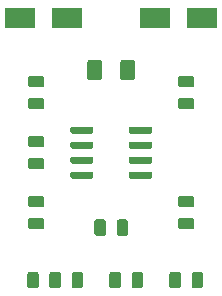
<source format=gbr>
G04 #@! TF.GenerationSoftware,KiCad,Pcbnew,(5.1.5)-3*
G04 #@! TF.CreationDate,2020-05-07T13:41:12+02:00*
G04 #@! TF.ProjectId,TPS25921A_eFuse,54505332-3539-4323-9141-5f6546757365,rev?*
G04 #@! TF.SameCoordinates,Original*
G04 #@! TF.FileFunction,Paste,Top*
G04 #@! TF.FilePolarity,Positive*
%FSLAX46Y46*%
G04 Gerber Fmt 4.6, Leading zero omitted, Abs format (unit mm)*
G04 Created by KiCad (PCBNEW (5.1.5)-3) date 2020-05-07 13:41:12*
%MOMM*%
%LPD*%
G04 APERTURE LIST*
%ADD10C,0.100000*%
%ADD11R,2.500000X1.800000*%
G04 APERTURE END LIST*
D10*
G36*
X215230142Y-118046174D02*
G01*
X215253803Y-118049684D01*
X215277007Y-118055496D01*
X215299529Y-118063554D01*
X215321153Y-118073782D01*
X215341670Y-118086079D01*
X215360883Y-118100329D01*
X215378607Y-118116393D01*
X215394671Y-118134117D01*
X215408921Y-118153330D01*
X215421218Y-118173847D01*
X215431446Y-118195471D01*
X215439504Y-118217993D01*
X215445316Y-118241197D01*
X215448826Y-118264858D01*
X215450000Y-118288750D01*
X215450000Y-119201250D01*
X215448826Y-119225142D01*
X215445316Y-119248803D01*
X215439504Y-119272007D01*
X215431446Y-119294529D01*
X215421218Y-119316153D01*
X215408921Y-119336670D01*
X215394671Y-119355883D01*
X215378607Y-119373607D01*
X215360883Y-119389671D01*
X215341670Y-119403921D01*
X215321153Y-119416218D01*
X215299529Y-119426446D01*
X215277007Y-119434504D01*
X215253803Y-119440316D01*
X215230142Y-119443826D01*
X215206250Y-119445000D01*
X214718750Y-119445000D01*
X214694858Y-119443826D01*
X214671197Y-119440316D01*
X214647993Y-119434504D01*
X214625471Y-119426446D01*
X214603847Y-119416218D01*
X214583330Y-119403921D01*
X214564117Y-119389671D01*
X214546393Y-119373607D01*
X214530329Y-119355883D01*
X214516079Y-119336670D01*
X214503782Y-119316153D01*
X214493554Y-119294529D01*
X214485496Y-119272007D01*
X214479684Y-119248803D01*
X214476174Y-119225142D01*
X214475000Y-119201250D01*
X214475000Y-118288750D01*
X214476174Y-118264858D01*
X214479684Y-118241197D01*
X214485496Y-118217993D01*
X214493554Y-118195471D01*
X214503782Y-118173847D01*
X214516079Y-118153330D01*
X214530329Y-118134117D01*
X214546393Y-118116393D01*
X214564117Y-118100329D01*
X214583330Y-118086079D01*
X214603847Y-118073782D01*
X214625471Y-118063554D01*
X214647993Y-118055496D01*
X214671197Y-118049684D01*
X214694858Y-118046174D01*
X214718750Y-118045000D01*
X215206250Y-118045000D01*
X215230142Y-118046174D01*
G37*
G36*
X217105142Y-118046174D02*
G01*
X217128803Y-118049684D01*
X217152007Y-118055496D01*
X217174529Y-118063554D01*
X217196153Y-118073782D01*
X217216670Y-118086079D01*
X217235883Y-118100329D01*
X217253607Y-118116393D01*
X217269671Y-118134117D01*
X217283921Y-118153330D01*
X217296218Y-118173847D01*
X217306446Y-118195471D01*
X217314504Y-118217993D01*
X217320316Y-118241197D01*
X217323826Y-118264858D01*
X217325000Y-118288750D01*
X217325000Y-119201250D01*
X217323826Y-119225142D01*
X217320316Y-119248803D01*
X217314504Y-119272007D01*
X217306446Y-119294529D01*
X217296218Y-119316153D01*
X217283921Y-119336670D01*
X217269671Y-119355883D01*
X217253607Y-119373607D01*
X217235883Y-119389671D01*
X217216670Y-119403921D01*
X217196153Y-119416218D01*
X217174529Y-119426446D01*
X217152007Y-119434504D01*
X217128803Y-119440316D01*
X217105142Y-119443826D01*
X217081250Y-119445000D01*
X216593750Y-119445000D01*
X216569858Y-119443826D01*
X216546197Y-119440316D01*
X216522993Y-119434504D01*
X216500471Y-119426446D01*
X216478847Y-119416218D01*
X216458330Y-119403921D01*
X216439117Y-119389671D01*
X216421393Y-119373607D01*
X216405329Y-119355883D01*
X216391079Y-119336670D01*
X216378782Y-119316153D01*
X216368554Y-119294529D01*
X216360496Y-119272007D01*
X216354684Y-119248803D01*
X216351174Y-119225142D01*
X216350000Y-119201250D01*
X216350000Y-118288750D01*
X216351174Y-118264858D01*
X216354684Y-118241197D01*
X216360496Y-118217993D01*
X216368554Y-118195471D01*
X216378782Y-118173847D01*
X216391079Y-118153330D01*
X216405329Y-118134117D01*
X216421393Y-118116393D01*
X216439117Y-118100329D01*
X216458330Y-118086079D01*
X216478847Y-118073782D01*
X216500471Y-118063554D01*
X216522993Y-118055496D01*
X216546197Y-118049684D01*
X216569858Y-118046174D01*
X216593750Y-118045000D01*
X217081250Y-118045000D01*
X217105142Y-118046174D01*
G37*
G36*
X223455142Y-122491174D02*
G01*
X223478803Y-122494684D01*
X223502007Y-122500496D01*
X223524529Y-122508554D01*
X223546153Y-122518782D01*
X223566670Y-122531079D01*
X223585883Y-122545329D01*
X223603607Y-122561393D01*
X223619671Y-122579117D01*
X223633921Y-122598330D01*
X223646218Y-122618847D01*
X223656446Y-122640471D01*
X223664504Y-122662993D01*
X223670316Y-122686197D01*
X223673826Y-122709858D01*
X223675000Y-122733750D01*
X223675000Y-123646250D01*
X223673826Y-123670142D01*
X223670316Y-123693803D01*
X223664504Y-123717007D01*
X223656446Y-123739529D01*
X223646218Y-123761153D01*
X223633921Y-123781670D01*
X223619671Y-123800883D01*
X223603607Y-123818607D01*
X223585883Y-123834671D01*
X223566670Y-123848921D01*
X223546153Y-123861218D01*
X223524529Y-123871446D01*
X223502007Y-123879504D01*
X223478803Y-123885316D01*
X223455142Y-123888826D01*
X223431250Y-123890000D01*
X222943750Y-123890000D01*
X222919858Y-123888826D01*
X222896197Y-123885316D01*
X222872993Y-123879504D01*
X222850471Y-123871446D01*
X222828847Y-123861218D01*
X222808330Y-123848921D01*
X222789117Y-123834671D01*
X222771393Y-123818607D01*
X222755329Y-123800883D01*
X222741079Y-123781670D01*
X222728782Y-123761153D01*
X222718554Y-123739529D01*
X222710496Y-123717007D01*
X222704684Y-123693803D01*
X222701174Y-123670142D01*
X222700000Y-123646250D01*
X222700000Y-122733750D01*
X222701174Y-122709858D01*
X222704684Y-122686197D01*
X222710496Y-122662993D01*
X222718554Y-122640471D01*
X222728782Y-122618847D01*
X222741079Y-122598330D01*
X222755329Y-122579117D01*
X222771393Y-122561393D01*
X222789117Y-122545329D01*
X222808330Y-122531079D01*
X222828847Y-122518782D01*
X222850471Y-122508554D01*
X222872993Y-122500496D01*
X222896197Y-122494684D01*
X222919858Y-122491174D01*
X222943750Y-122490000D01*
X223431250Y-122490000D01*
X223455142Y-122491174D01*
G37*
G36*
X221580142Y-122491174D02*
G01*
X221603803Y-122494684D01*
X221627007Y-122500496D01*
X221649529Y-122508554D01*
X221671153Y-122518782D01*
X221691670Y-122531079D01*
X221710883Y-122545329D01*
X221728607Y-122561393D01*
X221744671Y-122579117D01*
X221758921Y-122598330D01*
X221771218Y-122618847D01*
X221781446Y-122640471D01*
X221789504Y-122662993D01*
X221795316Y-122686197D01*
X221798826Y-122709858D01*
X221800000Y-122733750D01*
X221800000Y-123646250D01*
X221798826Y-123670142D01*
X221795316Y-123693803D01*
X221789504Y-123717007D01*
X221781446Y-123739529D01*
X221771218Y-123761153D01*
X221758921Y-123781670D01*
X221744671Y-123800883D01*
X221728607Y-123818607D01*
X221710883Y-123834671D01*
X221691670Y-123848921D01*
X221671153Y-123861218D01*
X221649529Y-123871446D01*
X221627007Y-123879504D01*
X221603803Y-123885316D01*
X221580142Y-123888826D01*
X221556250Y-123890000D01*
X221068750Y-123890000D01*
X221044858Y-123888826D01*
X221021197Y-123885316D01*
X220997993Y-123879504D01*
X220975471Y-123871446D01*
X220953847Y-123861218D01*
X220933330Y-123848921D01*
X220914117Y-123834671D01*
X220896393Y-123818607D01*
X220880329Y-123800883D01*
X220866079Y-123781670D01*
X220853782Y-123761153D01*
X220843554Y-123739529D01*
X220835496Y-123717007D01*
X220829684Y-123693803D01*
X220826174Y-123670142D01*
X220825000Y-123646250D01*
X220825000Y-122733750D01*
X220826174Y-122709858D01*
X220829684Y-122686197D01*
X220835496Y-122662993D01*
X220843554Y-122640471D01*
X220853782Y-122618847D01*
X220866079Y-122598330D01*
X220880329Y-122579117D01*
X220896393Y-122561393D01*
X220914117Y-122545329D01*
X220933330Y-122531079D01*
X220953847Y-122518782D01*
X220975471Y-122508554D01*
X220997993Y-122500496D01*
X221021197Y-122494684D01*
X221044858Y-122491174D01*
X221068750Y-122490000D01*
X221556250Y-122490000D01*
X221580142Y-122491174D01*
G37*
G36*
X209553242Y-122491174D02*
G01*
X209576903Y-122494684D01*
X209600107Y-122500496D01*
X209622629Y-122508554D01*
X209644253Y-122518782D01*
X209664770Y-122531079D01*
X209683983Y-122545329D01*
X209701707Y-122561393D01*
X209717771Y-122579117D01*
X209732021Y-122598330D01*
X209744318Y-122618847D01*
X209754546Y-122640471D01*
X209762604Y-122662993D01*
X209768416Y-122686197D01*
X209771926Y-122709858D01*
X209773100Y-122733750D01*
X209773100Y-123646250D01*
X209771926Y-123670142D01*
X209768416Y-123693803D01*
X209762604Y-123717007D01*
X209754546Y-123739529D01*
X209744318Y-123761153D01*
X209732021Y-123781670D01*
X209717771Y-123800883D01*
X209701707Y-123818607D01*
X209683983Y-123834671D01*
X209664770Y-123848921D01*
X209644253Y-123861218D01*
X209622629Y-123871446D01*
X209600107Y-123879504D01*
X209576903Y-123885316D01*
X209553242Y-123888826D01*
X209529350Y-123890000D01*
X209041850Y-123890000D01*
X209017958Y-123888826D01*
X208994297Y-123885316D01*
X208971093Y-123879504D01*
X208948571Y-123871446D01*
X208926947Y-123861218D01*
X208906430Y-123848921D01*
X208887217Y-123834671D01*
X208869493Y-123818607D01*
X208853429Y-123800883D01*
X208839179Y-123781670D01*
X208826882Y-123761153D01*
X208816654Y-123739529D01*
X208808596Y-123717007D01*
X208802784Y-123693803D01*
X208799274Y-123670142D01*
X208798100Y-123646250D01*
X208798100Y-122733750D01*
X208799274Y-122709858D01*
X208802784Y-122686197D01*
X208808596Y-122662993D01*
X208816654Y-122640471D01*
X208826882Y-122618847D01*
X208839179Y-122598330D01*
X208853429Y-122579117D01*
X208869493Y-122561393D01*
X208887217Y-122545329D01*
X208906430Y-122531079D01*
X208926947Y-122518782D01*
X208948571Y-122508554D01*
X208971093Y-122500496D01*
X208994297Y-122494684D01*
X209017958Y-122491174D01*
X209041850Y-122490000D01*
X209529350Y-122490000D01*
X209553242Y-122491174D01*
G37*
G36*
X213295142Y-122491174D02*
G01*
X213318803Y-122494684D01*
X213342007Y-122500496D01*
X213364529Y-122508554D01*
X213386153Y-122518782D01*
X213406670Y-122531079D01*
X213425883Y-122545329D01*
X213443607Y-122561393D01*
X213459671Y-122579117D01*
X213473921Y-122598330D01*
X213486218Y-122618847D01*
X213496446Y-122640471D01*
X213504504Y-122662993D01*
X213510316Y-122686197D01*
X213513826Y-122709858D01*
X213515000Y-122733750D01*
X213515000Y-123646250D01*
X213513826Y-123670142D01*
X213510316Y-123693803D01*
X213504504Y-123717007D01*
X213496446Y-123739529D01*
X213486218Y-123761153D01*
X213473921Y-123781670D01*
X213459671Y-123800883D01*
X213443607Y-123818607D01*
X213425883Y-123834671D01*
X213406670Y-123848921D01*
X213386153Y-123861218D01*
X213364529Y-123871446D01*
X213342007Y-123879504D01*
X213318803Y-123885316D01*
X213295142Y-123888826D01*
X213271250Y-123890000D01*
X212783750Y-123890000D01*
X212759858Y-123888826D01*
X212736197Y-123885316D01*
X212712993Y-123879504D01*
X212690471Y-123871446D01*
X212668847Y-123861218D01*
X212648330Y-123848921D01*
X212629117Y-123834671D01*
X212611393Y-123818607D01*
X212595329Y-123800883D01*
X212581079Y-123781670D01*
X212568782Y-123761153D01*
X212558554Y-123739529D01*
X212550496Y-123717007D01*
X212544684Y-123693803D01*
X212541174Y-123670142D01*
X212540000Y-123646250D01*
X212540000Y-122733750D01*
X212541174Y-122709858D01*
X212544684Y-122686197D01*
X212550496Y-122662993D01*
X212558554Y-122640471D01*
X212568782Y-122618847D01*
X212581079Y-122598330D01*
X212595329Y-122579117D01*
X212611393Y-122561393D01*
X212629117Y-122545329D01*
X212648330Y-122531079D01*
X212668847Y-122518782D01*
X212690471Y-122508554D01*
X212712993Y-122500496D01*
X212736197Y-122494684D01*
X212759858Y-122491174D01*
X212783750Y-122490000D01*
X213271250Y-122490000D01*
X213295142Y-122491174D01*
G37*
G36*
X211420142Y-122491174D02*
G01*
X211443803Y-122494684D01*
X211467007Y-122500496D01*
X211489529Y-122508554D01*
X211511153Y-122518782D01*
X211531670Y-122531079D01*
X211550883Y-122545329D01*
X211568607Y-122561393D01*
X211584671Y-122579117D01*
X211598921Y-122598330D01*
X211611218Y-122618847D01*
X211621446Y-122640471D01*
X211629504Y-122662993D01*
X211635316Y-122686197D01*
X211638826Y-122709858D01*
X211640000Y-122733750D01*
X211640000Y-123646250D01*
X211638826Y-123670142D01*
X211635316Y-123693803D01*
X211629504Y-123717007D01*
X211621446Y-123739529D01*
X211611218Y-123761153D01*
X211598921Y-123781670D01*
X211584671Y-123800883D01*
X211568607Y-123818607D01*
X211550883Y-123834671D01*
X211531670Y-123848921D01*
X211511153Y-123861218D01*
X211489529Y-123871446D01*
X211467007Y-123879504D01*
X211443803Y-123885316D01*
X211420142Y-123888826D01*
X211396250Y-123890000D01*
X210908750Y-123890000D01*
X210884858Y-123888826D01*
X210861197Y-123885316D01*
X210837993Y-123879504D01*
X210815471Y-123871446D01*
X210793847Y-123861218D01*
X210773330Y-123848921D01*
X210754117Y-123834671D01*
X210736393Y-123818607D01*
X210720329Y-123800883D01*
X210706079Y-123781670D01*
X210693782Y-123761153D01*
X210683554Y-123739529D01*
X210675496Y-123717007D01*
X210669684Y-123693803D01*
X210666174Y-123670142D01*
X210665000Y-123646250D01*
X210665000Y-122733750D01*
X210666174Y-122709858D01*
X210669684Y-122686197D01*
X210675496Y-122662993D01*
X210683554Y-122640471D01*
X210693782Y-122618847D01*
X210706079Y-122598330D01*
X210720329Y-122579117D01*
X210736393Y-122561393D01*
X210754117Y-122545329D01*
X210773330Y-122531079D01*
X210793847Y-122518782D01*
X210815471Y-122508554D01*
X210837993Y-122500496D01*
X210861197Y-122494684D01*
X210884858Y-122491174D01*
X210908750Y-122490000D01*
X211396250Y-122490000D01*
X211420142Y-122491174D01*
G37*
G36*
X216500142Y-122491174D02*
G01*
X216523803Y-122494684D01*
X216547007Y-122500496D01*
X216569529Y-122508554D01*
X216591153Y-122518782D01*
X216611670Y-122531079D01*
X216630883Y-122545329D01*
X216648607Y-122561393D01*
X216664671Y-122579117D01*
X216678921Y-122598330D01*
X216691218Y-122618847D01*
X216701446Y-122640471D01*
X216709504Y-122662993D01*
X216715316Y-122686197D01*
X216718826Y-122709858D01*
X216720000Y-122733750D01*
X216720000Y-123646250D01*
X216718826Y-123670142D01*
X216715316Y-123693803D01*
X216709504Y-123717007D01*
X216701446Y-123739529D01*
X216691218Y-123761153D01*
X216678921Y-123781670D01*
X216664671Y-123800883D01*
X216648607Y-123818607D01*
X216630883Y-123834671D01*
X216611670Y-123848921D01*
X216591153Y-123861218D01*
X216569529Y-123871446D01*
X216547007Y-123879504D01*
X216523803Y-123885316D01*
X216500142Y-123888826D01*
X216476250Y-123890000D01*
X215988750Y-123890000D01*
X215964858Y-123888826D01*
X215941197Y-123885316D01*
X215917993Y-123879504D01*
X215895471Y-123871446D01*
X215873847Y-123861218D01*
X215853330Y-123848921D01*
X215834117Y-123834671D01*
X215816393Y-123818607D01*
X215800329Y-123800883D01*
X215786079Y-123781670D01*
X215773782Y-123761153D01*
X215763554Y-123739529D01*
X215755496Y-123717007D01*
X215749684Y-123693803D01*
X215746174Y-123670142D01*
X215745000Y-123646250D01*
X215745000Y-122733750D01*
X215746174Y-122709858D01*
X215749684Y-122686197D01*
X215755496Y-122662993D01*
X215763554Y-122640471D01*
X215773782Y-122618847D01*
X215786079Y-122598330D01*
X215800329Y-122579117D01*
X215816393Y-122561393D01*
X215834117Y-122545329D01*
X215853330Y-122531079D01*
X215873847Y-122518782D01*
X215895471Y-122508554D01*
X215917993Y-122500496D01*
X215941197Y-122494684D01*
X215964858Y-122491174D01*
X215988750Y-122490000D01*
X216476250Y-122490000D01*
X216500142Y-122491174D01*
G37*
G36*
X218375142Y-122491174D02*
G01*
X218398803Y-122494684D01*
X218422007Y-122500496D01*
X218444529Y-122508554D01*
X218466153Y-122518782D01*
X218486670Y-122531079D01*
X218505883Y-122545329D01*
X218523607Y-122561393D01*
X218539671Y-122579117D01*
X218553921Y-122598330D01*
X218566218Y-122618847D01*
X218576446Y-122640471D01*
X218584504Y-122662993D01*
X218590316Y-122686197D01*
X218593826Y-122709858D01*
X218595000Y-122733750D01*
X218595000Y-123646250D01*
X218593826Y-123670142D01*
X218590316Y-123693803D01*
X218584504Y-123717007D01*
X218576446Y-123739529D01*
X218566218Y-123761153D01*
X218553921Y-123781670D01*
X218539671Y-123800883D01*
X218523607Y-123818607D01*
X218505883Y-123834671D01*
X218486670Y-123848921D01*
X218466153Y-123861218D01*
X218444529Y-123871446D01*
X218422007Y-123879504D01*
X218398803Y-123885316D01*
X218375142Y-123888826D01*
X218351250Y-123890000D01*
X217863750Y-123890000D01*
X217839858Y-123888826D01*
X217816197Y-123885316D01*
X217792993Y-123879504D01*
X217770471Y-123871446D01*
X217748847Y-123861218D01*
X217728330Y-123848921D01*
X217709117Y-123834671D01*
X217691393Y-123818607D01*
X217675329Y-123800883D01*
X217661079Y-123781670D01*
X217648782Y-123761153D01*
X217638554Y-123739529D01*
X217630496Y-123717007D01*
X217624684Y-123693803D01*
X217621174Y-123670142D01*
X217620000Y-123646250D01*
X217620000Y-122733750D01*
X217621174Y-122709858D01*
X217624684Y-122686197D01*
X217630496Y-122662993D01*
X217638554Y-122640471D01*
X217648782Y-122618847D01*
X217661079Y-122598330D01*
X217675329Y-122579117D01*
X217691393Y-122561393D01*
X217709117Y-122545329D01*
X217728330Y-122531079D01*
X217748847Y-122518782D01*
X217770471Y-122508554D01*
X217792993Y-122500496D01*
X217816197Y-122494684D01*
X217839858Y-122491174D01*
X217863750Y-122490000D01*
X218351250Y-122490000D01*
X218375142Y-122491174D01*
G37*
G36*
X210030142Y-107766174D02*
G01*
X210053803Y-107769684D01*
X210077007Y-107775496D01*
X210099529Y-107783554D01*
X210121153Y-107793782D01*
X210141670Y-107806079D01*
X210160883Y-107820329D01*
X210178607Y-107836393D01*
X210194671Y-107854117D01*
X210208921Y-107873330D01*
X210221218Y-107893847D01*
X210231446Y-107915471D01*
X210239504Y-107937993D01*
X210245316Y-107961197D01*
X210248826Y-107984858D01*
X210250000Y-108008750D01*
X210250000Y-108496250D01*
X210248826Y-108520142D01*
X210245316Y-108543803D01*
X210239504Y-108567007D01*
X210231446Y-108589529D01*
X210221218Y-108611153D01*
X210208921Y-108631670D01*
X210194671Y-108650883D01*
X210178607Y-108668607D01*
X210160883Y-108684671D01*
X210141670Y-108698921D01*
X210121153Y-108711218D01*
X210099529Y-108721446D01*
X210077007Y-108729504D01*
X210053803Y-108735316D01*
X210030142Y-108738826D01*
X210006250Y-108740000D01*
X209093750Y-108740000D01*
X209069858Y-108738826D01*
X209046197Y-108735316D01*
X209022993Y-108729504D01*
X209000471Y-108721446D01*
X208978847Y-108711218D01*
X208958330Y-108698921D01*
X208939117Y-108684671D01*
X208921393Y-108668607D01*
X208905329Y-108650883D01*
X208891079Y-108631670D01*
X208878782Y-108611153D01*
X208868554Y-108589529D01*
X208860496Y-108567007D01*
X208854684Y-108543803D01*
X208851174Y-108520142D01*
X208850000Y-108496250D01*
X208850000Y-108008750D01*
X208851174Y-107984858D01*
X208854684Y-107961197D01*
X208860496Y-107937993D01*
X208868554Y-107915471D01*
X208878782Y-107893847D01*
X208891079Y-107873330D01*
X208905329Y-107854117D01*
X208921393Y-107836393D01*
X208939117Y-107820329D01*
X208958330Y-107806079D01*
X208978847Y-107793782D01*
X209000471Y-107783554D01*
X209022993Y-107775496D01*
X209046197Y-107769684D01*
X209069858Y-107766174D01*
X209093750Y-107765000D01*
X210006250Y-107765000D01*
X210030142Y-107766174D01*
G37*
G36*
X210030142Y-105891174D02*
G01*
X210053803Y-105894684D01*
X210077007Y-105900496D01*
X210099529Y-105908554D01*
X210121153Y-105918782D01*
X210141670Y-105931079D01*
X210160883Y-105945329D01*
X210178607Y-105961393D01*
X210194671Y-105979117D01*
X210208921Y-105998330D01*
X210221218Y-106018847D01*
X210231446Y-106040471D01*
X210239504Y-106062993D01*
X210245316Y-106086197D01*
X210248826Y-106109858D01*
X210250000Y-106133750D01*
X210250000Y-106621250D01*
X210248826Y-106645142D01*
X210245316Y-106668803D01*
X210239504Y-106692007D01*
X210231446Y-106714529D01*
X210221218Y-106736153D01*
X210208921Y-106756670D01*
X210194671Y-106775883D01*
X210178607Y-106793607D01*
X210160883Y-106809671D01*
X210141670Y-106823921D01*
X210121153Y-106836218D01*
X210099529Y-106846446D01*
X210077007Y-106854504D01*
X210053803Y-106860316D01*
X210030142Y-106863826D01*
X210006250Y-106865000D01*
X209093750Y-106865000D01*
X209069858Y-106863826D01*
X209046197Y-106860316D01*
X209022993Y-106854504D01*
X209000471Y-106846446D01*
X208978847Y-106836218D01*
X208958330Y-106823921D01*
X208939117Y-106809671D01*
X208921393Y-106793607D01*
X208905329Y-106775883D01*
X208891079Y-106756670D01*
X208878782Y-106736153D01*
X208868554Y-106714529D01*
X208860496Y-106692007D01*
X208854684Y-106668803D01*
X208851174Y-106645142D01*
X208850000Y-106621250D01*
X208850000Y-106133750D01*
X208851174Y-106109858D01*
X208854684Y-106086197D01*
X208860496Y-106062993D01*
X208868554Y-106040471D01*
X208878782Y-106018847D01*
X208891079Y-105998330D01*
X208905329Y-105979117D01*
X208921393Y-105961393D01*
X208939117Y-105945329D01*
X208958330Y-105931079D01*
X208978847Y-105918782D01*
X209000471Y-105908554D01*
X209022993Y-105900496D01*
X209046197Y-105894684D01*
X209069858Y-105891174D01*
X209093750Y-105890000D01*
X210006250Y-105890000D01*
X210030142Y-105891174D01*
G37*
G36*
X210030142Y-110971174D02*
G01*
X210053803Y-110974684D01*
X210077007Y-110980496D01*
X210099529Y-110988554D01*
X210121153Y-110998782D01*
X210141670Y-111011079D01*
X210160883Y-111025329D01*
X210178607Y-111041393D01*
X210194671Y-111059117D01*
X210208921Y-111078330D01*
X210221218Y-111098847D01*
X210231446Y-111120471D01*
X210239504Y-111142993D01*
X210245316Y-111166197D01*
X210248826Y-111189858D01*
X210250000Y-111213750D01*
X210250000Y-111701250D01*
X210248826Y-111725142D01*
X210245316Y-111748803D01*
X210239504Y-111772007D01*
X210231446Y-111794529D01*
X210221218Y-111816153D01*
X210208921Y-111836670D01*
X210194671Y-111855883D01*
X210178607Y-111873607D01*
X210160883Y-111889671D01*
X210141670Y-111903921D01*
X210121153Y-111916218D01*
X210099529Y-111926446D01*
X210077007Y-111934504D01*
X210053803Y-111940316D01*
X210030142Y-111943826D01*
X210006250Y-111945000D01*
X209093750Y-111945000D01*
X209069858Y-111943826D01*
X209046197Y-111940316D01*
X209022993Y-111934504D01*
X209000471Y-111926446D01*
X208978847Y-111916218D01*
X208958330Y-111903921D01*
X208939117Y-111889671D01*
X208921393Y-111873607D01*
X208905329Y-111855883D01*
X208891079Y-111836670D01*
X208878782Y-111816153D01*
X208868554Y-111794529D01*
X208860496Y-111772007D01*
X208854684Y-111748803D01*
X208851174Y-111725142D01*
X208850000Y-111701250D01*
X208850000Y-111213750D01*
X208851174Y-111189858D01*
X208854684Y-111166197D01*
X208860496Y-111142993D01*
X208868554Y-111120471D01*
X208878782Y-111098847D01*
X208891079Y-111078330D01*
X208905329Y-111059117D01*
X208921393Y-111041393D01*
X208939117Y-111025329D01*
X208958330Y-111011079D01*
X208978847Y-110998782D01*
X209000471Y-110988554D01*
X209022993Y-110980496D01*
X209046197Y-110974684D01*
X209069858Y-110971174D01*
X209093750Y-110970000D01*
X210006250Y-110970000D01*
X210030142Y-110971174D01*
G37*
G36*
X210030142Y-112846174D02*
G01*
X210053803Y-112849684D01*
X210077007Y-112855496D01*
X210099529Y-112863554D01*
X210121153Y-112873782D01*
X210141670Y-112886079D01*
X210160883Y-112900329D01*
X210178607Y-112916393D01*
X210194671Y-112934117D01*
X210208921Y-112953330D01*
X210221218Y-112973847D01*
X210231446Y-112995471D01*
X210239504Y-113017993D01*
X210245316Y-113041197D01*
X210248826Y-113064858D01*
X210250000Y-113088750D01*
X210250000Y-113576250D01*
X210248826Y-113600142D01*
X210245316Y-113623803D01*
X210239504Y-113647007D01*
X210231446Y-113669529D01*
X210221218Y-113691153D01*
X210208921Y-113711670D01*
X210194671Y-113730883D01*
X210178607Y-113748607D01*
X210160883Y-113764671D01*
X210141670Y-113778921D01*
X210121153Y-113791218D01*
X210099529Y-113801446D01*
X210077007Y-113809504D01*
X210053803Y-113815316D01*
X210030142Y-113818826D01*
X210006250Y-113820000D01*
X209093750Y-113820000D01*
X209069858Y-113818826D01*
X209046197Y-113815316D01*
X209022993Y-113809504D01*
X209000471Y-113801446D01*
X208978847Y-113791218D01*
X208958330Y-113778921D01*
X208939117Y-113764671D01*
X208921393Y-113748607D01*
X208905329Y-113730883D01*
X208891079Y-113711670D01*
X208878782Y-113691153D01*
X208868554Y-113669529D01*
X208860496Y-113647007D01*
X208854684Y-113623803D01*
X208851174Y-113600142D01*
X208850000Y-113576250D01*
X208850000Y-113088750D01*
X208851174Y-113064858D01*
X208854684Y-113041197D01*
X208860496Y-113017993D01*
X208868554Y-112995471D01*
X208878782Y-112973847D01*
X208891079Y-112953330D01*
X208905329Y-112934117D01*
X208921393Y-112916393D01*
X208939117Y-112900329D01*
X208958330Y-112886079D01*
X208978847Y-112873782D01*
X209000471Y-112863554D01*
X209022993Y-112855496D01*
X209046197Y-112849684D01*
X209069858Y-112846174D01*
X209093750Y-112845000D01*
X210006250Y-112845000D01*
X210030142Y-112846174D01*
G37*
G36*
X210030142Y-117926174D02*
G01*
X210053803Y-117929684D01*
X210077007Y-117935496D01*
X210099529Y-117943554D01*
X210121153Y-117953782D01*
X210141670Y-117966079D01*
X210160883Y-117980329D01*
X210178607Y-117996393D01*
X210194671Y-118014117D01*
X210208921Y-118033330D01*
X210221218Y-118053847D01*
X210231446Y-118075471D01*
X210239504Y-118097993D01*
X210245316Y-118121197D01*
X210248826Y-118144858D01*
X210250000Y-118168750D01*
X210250000Y-118656250D01*
X210248826Y-118680142D01*
X210245316Y-118703803D01*
X210239504Y-118727007D01*
X210231446Y-118749529D01*
X210221218Y-118771153D01*
X210208921Y-118791670D01*
X210194671Y-118810883D01*
X210178607Y-118828607D01*
X210160883Y-118844671D01*
X210141670Y-118858921D01*
X210121153Y-118871218D01*
X210099529Y-118881446D01*
X210077007Y-118889504D01*
X210053803Y-118895316D01*
X210030142Y-118898826D01*
X210006250Y-118900000D01*
X209093750Y-118900000D01*
X209069858Y-118898826D01*
X209046197Y-118895316D01*
X209022993Y-118889504D01*
X209000471Y-118881446D01*
X208978847Y-118871218D01*
X208958330Y-118858921D01*
X208939117Y-118844671D01*
X208921393Y-118828607D01*
X208905329Y-118810883D01*
X208891079Y-118791670D01*
X208878782Y-118771153D01*
X208868554Y-118749529D01*
X208860496Y-118727007D01*
X208854684Y-118703803D01*
X208851174Y-118680142D01*
X208850000Y-118656250D01*
X208850000Y-118168750D01*
X208851174Y-118144858D01*
X208854684Y-118121197D01*
X208860496Y-118097993D01*
X208868554Y-118075471D01*
X208878782Y-118053847D01*
X208891079Y-118033330D01*
X208905329Y-118014117D01*
X208921393Y-117996393D01*
X208939117Y-117980329D01*
X208958330Y-117966079D01*
X208978847Y-117953782D01*
X209000471Y-117943554D01*
X209022993Y-117935496D01*
X209046197Y-117929684D01*
X209069858Y-117926174D01*
X209093750Y-117925000D01*
X210006250Y-117925000D01*
X210030142Y-117926174D01*
G37*
G36*
X210030142Y-116051174D02*
G01*
X210053803Y-116054684D01*
X210077007Y-116060496D01*
X210099529Y-116068554D01*
X210121153Y-116078782D01*
X210141670Y-116091079D01*
X210160883Y-116105329D01*
X210178607Y-116121393D01*
X210194671Y-116139117D01*
X210208921Y-116158330D01*
X210221218Y-116178847D01*
X210231446Y-116200471D01*
X210239504Y-116222993D01*
X210245316Y-116246197D01*
X210248826Y-116269858D01*
X210250000Y-116293750D01*
X210250000Y-116781250D01*
X210248826Y-116805142D01*
X210245316Y-116828803D01*
X210239504Y-116852007D01*
X210231446Y-116874529D01*
X210221218Y-116896153D01*
X210208921Y-116916670D01*
X210194671Y-116935883D01*
X210178607Y-116953607D01*
X210160883Y-116969671D01*
X210141670Y-116983921D01*
X210121153Y-116996218D01*
X210099529Y-117006446D01*
X210077007Y-117014504D01*
X210053803Y-117020316D01*
X210030142Y-117023826D01*
X210006250Y-117025000D01*
X209093750Y-117025000D01*
X209069858Y-117023826D01*
X209046197Y-117020316D01*
X209022993Y-117014504D01*
X209000471Y-117006446D01*
X208978847Y-116996218D01*
X208958330Y-116983921D01*
X208939117Y-116969671D01*
X208921393Y-116953607D01*
X208905329Y-116935883D01*
X208891079Y-116916670D01*
X208878782Y-116896153D01*
X208868554Y-116874529D01*
X208860496Y-116852007D01*
X208854684Y-116828803D01*
X208851174Y-116805142D01*
X208850000Y-116781250D01*
X208850000Y-116293750D01*
X208851174Y-116269858D01*
X208854684Y-116246197D01*
X208860496Y-116222993D01*
X208868554Y-116200471D01*
X208878782Y-116178847D01*
X208891079Y-116158330D01*
X208905329Y-116139117D01*
X208921393Y-116121393D01*
X208939117Y-116105329D01*
X208958330Y-116091079D01*
X208978847Y-116078782D01*
X209000471Y-116068554D01*
X209022993Y-116060496D01*
X209046197Y-116054684D01*
X209069858Y-116051174D01*
X209093750Y-116050000D01*
X210006250Y-116050000D01*
X210030142Y-116051174D01*
G37*
G36*
X222730142Y-117926174D02*
G01*
X222753803Y-117929684D01*
X222777007Y-117935496D01*
X222799529Y-117943554D01*
X222821153Y-117953782D01*
X222841670Y-117966079D01*
X222860883Y-117980329D01*
X222878607Y-117996393D01*
X222894671Y-118014117D01*
X222908921Y-118033330D01*
X222921218Y-118053847D01*
X222931446Y-118075471D01*
X222939504Y-118097993D01*
X222945316Y-118121197D01*
X222948826Y-118144858D01*
X222950000Y-118168750D01*
X222950000Y-118656250D01*
X222948826Y-118680142D01*
X222945316Y-118703803D01*
X222939504Y-118727007D01*
X222931446Y-118749529D01*
X222921218Y-118771153D01*
X222908921Y-118791670D01*
X222894671Y-118810883D01*
X222878607Y-118828607D01*
X222860883Y-118844671D01*
X222841670Y-118858921D01*
X222821153Y-118871218D01*
X222799529Y-118881446D01*
X222777007Y-118889504D01*
X222753803Y-118895316D01*
X222730142Y-118898826D01*
X222706250Y-118900000D01*
X221793750Y-118900000D01*
X221769858Y-118898826D01*
X221746197Y-118895316D01*
X221722993Y-118889504D01*
X221700471Y-118881446D01*
X221678847Y-118871218D01*
X221658330Y-118858921D01*
X221639117Y-118844671D01*
X221621393Y-118828607D01*
X221605329Y-118810883D01*
X221591079Y-118791670D01*
X221578782Y-118771153D01*
X221568554Y-118749529D01*
X221560496Y-118727007D01*
X221554684Y-118703803D01*
X221551174Y-118680142D01*
X221550000Y-118656250D01*
X221550000Y-118168750D01*
X221551174Y-118144858D01*
X221554684Y-118121197D01*
X221560496Y-118097993D01*
X221568554Y-118075471D01*
X221578782Y-118053847D01*
X221591079Y-118033330D01*
X221605329Y-118014117D01*
X221621393Y-117996393D01*
X221639117Y-117980329D01*
X221658330Y-117966079D01*
X221678847Y-117953782D01*
X221700471Y-117943554D01*
X221722993Y-117935496D01*
X221746197Y-117929684D01*
X221769858Y-117926174D01*
X221793750Y-117925000D01*
X222706250Y-117925000D01*
X222730142Y-117926174D01*
G37*
G36*
X222730142Y-116051174D02*
G01*
X222753803Y-116054684D01*
X222777007Y-116060496D01*
X222799529Y-116068554D01*
X222821153Y-116078782D01*
X222841670Y-116091079D01*
X222860883Y-116105329D01*
X222878607Y-116121393D01*
X222894671Y-116139117D01*
X222908921Y-116158330D01*
X222921218Y-116178847D01*
X222931446Y-116200471D01*
X222939504Y-116222993D01*
X222945316Y-116246197D01*
X222948826Y-116269858D01*
X222950000Y-116293750D01*
X222950000Y-116781250D01*
X222948826Y-116805142D01*
X222945316Y-116828803D01*
X222939504Y-116852007D01*
X222931446Y-116874529D01*
X222921218Y-116896153D01*
X222908921Y-116916670D01*
X222894671Y-116935883D01*
X222878607Y-116953607D01*
X222860883Y-116969671D01*
X222841670Y-116983921D01*
X222821153Y-116996218D01*
X222799529Y-117006446D01*
X222777007Y-117014504D01*
X222753803Y-117020316D01*
X222730142Y-117023826D01*
X222706250Y-117025000D01*
X221793750Y-117025000D01*
X221769858Y-117023826D01*
X221746197Y-117020316D01*
X221722993Y-117014504D01*
X221700471Y-117006446D01*
X221678847Y-116996218D01*
X221658330Y-116983921D01*
X221639117Y-116969671D01*
X221621393Y-116953607D01*
X221605329Y-116935883D01*
X221591079Y-116916670D01*
X221578782Y-116896153D01*
X221568554Y-116874529D01*
X221560496Y-116852007D01*
X221554684Y-116828803D01*
X221551174Y-116805142D01*
X221550000Y-116781250D01*
X221550000Y-116293750D01*
X221551174Y-116269858D01*
X221554684Y-116246197D01*
X221560496Y-116222993D01*
X221568554Y-116200471D01*
X221578782Y-116178847D01*
X221591079Y-116158330D01*
X221605329Y-116139117D01*
X221621393Y-116121393D01*
X221639117Y-116105329D01*
X221658330Y-116091079D01*
X221678847Y-116078782D01*
X221700471Y-116068554D01*
X221722993Y-116060496D01*
X221746197Y-116054684D01*
X221769858Y-116051174D01*
X221793750Y-116050000D01*
X222706250Y-116050000D01*
X222730142Y-116051174D01*
G37*
G36*
X222730142Y-105891174D02*
G01*
X222753803Y-105894684D01*
X222777007Y-105900496D01*
X222799529Y-105908554D01*
X222821153Y-105918782D01*
X222841670Y-105931079D01*
X222860883Y-105945329D01*
X222878607Y-105961393D01*
X222894671Y-105979117D01*
X222908921Y-105998330D01*
X222921218Y-106018847D01*
X222931446Y-106040471D01*
X222939504Y-106062993D01*
X222945316Y-106086197D01*
X222948826Y-106109858D01*
X222950000Y-106133750D01*
X222950000Y-106621250D01*
X222948826Y-106645142D01*
X222945316Y-106668803D01*
X222939504Y-106692007D01*
X222931446Y-106714529D01*
X222921218Y-106736153D01*
X222908921Y-106756670D01*
X222894671Y-106775883D01*
X222878607Y-106793607D01*
X222860883Y-106809671D01*
X222841670Y-106823921D01*
X222821153Y-106836218D01*
X222799529Y-106846446D01*
X222777007Y-106854504D01*
X222753803Y-106860316D01*
X222730142Y-106863826D01*
X222706250Y-106865000D01*
X221793750Y-106865000D01*
X221769858Y-106863826D01*
X221746197Y-106860316D01*
X221722993Y-106854504D01*
X221700471Y-106846446D01*
X221678847Y-106836218D01*
X221658330Y-106823921D01*
X221639117Y-106809671D01*
X221621393Y-106793607D01*
X221605329Y-106775883D01*
X221591079Y-106756670D01*
X221578782Y-106736153D01*
X221568554Y-106714529D01*
X221560496Y-106692007D01*
X221554684Y-106668803D01*
X221551174Y-106645142D01*
X221550000Y-106621250D01*
X221550000Y-106133750D01*
X221551174Y-106109858D01*
X221554684Y-106086197D01*
X221560496Y-106062993D01*
X221568554Y-106040471D01*
X221578782Y-106018847D01*
X221591079Y-105998330D01*
X221605329Y-105979117D01*
X221621393Y-105961393D01*
X221639117Y-105945329D01*
X221658330Y-105931079D01*
X221678847Y-105918782D01*
X221700471Y-105908554D01*
X221722993Y-105900496D01*
X221746197Y-105894684D01*
X221769858Y-105891174D01*
X221793750Y-105890000D01*
X222706250Y-105890000D01*
X222730142Y-105891174D01*
G37*
G36*
X222730142Y-107766174D02*
G01*
X222753803Y-107769684D01*
X222777007Y-107775496D01*
X222799529Y-107783554D01*
X222821153Y-107793782D01*
X222841670Y-107806079D01*
X222860883Y-107820329D01*
X222878607Y-107836393D01*
X222894671Y-107854117D01*
X222908921Y-107873330D01*
X222921218Y-107893847D01*
X222931446Y-107915471D01*
X222939504Y-107937993D01*
X222945316Y-107961197D01*
X222948826Y-107984858D01*
X222950000Y-108008750D01*
X222950000Y-108496250D01*
X222948826Y-108520142D01*
X222945316Y-108543803D01*
X222939504Y-108567007D01*
X222931446Y-108589529D01*
X222921218Y-108611153D01*
X222908921Y-108631670D01*
X222894671Y-108650883D01*
X222878607Y-108668607D01*
X222860883Y-108684671D01*
X222841670Y-108698921D01*
X222821153Y-108711218D01*
X222799529Y-108721446D01*
X222777007Y-108729504D01*
X222753803Y-108735316D01*
X222730142Y-108738826D01*
X222706250Y-108740000D01*
X221793750Y-108740000D01*
X221769858Y-108738826D01*
X221746197Y-108735316D01*
X221722993Y-108729504D01*
X221700471Y-108721446D01*
X221678847Y-108711218D01*
X221658330Y-108698921D01*
X221639117Y-108684671D01*
X221621393Y-108668607D01*
X221605329Y-108650883D01*
X221591079Y-108631670D01*
X221578782Y-108611153D01*
X221568554Y-108589529D01*
X221560496Y-108567007D01*
X221554684Y-108543803D01*
X221551174Y-108520142D01*
X221550000Y-108496250D01*
X221550000Y-108008750D01*
X221551174Y-107984858D01*
X221554684Y-107961197D01*
X221560496Y-107937993D01*
X221568554Y-107915471D01*
X221578782Y-107893847D01*
X221591079Y-107873330D01*
X221605329Y-107854117D01*
X221621393Y-107836393D01*
X221639117Y-107820329D01*
X221658330Y-107806079D01*
X221678847Y-107793782D01*
X221700471Y-107783554D01*
X221722993Y-107775496D01*
X221746197Y-107769684D01*
X221769858Y-107766174D01*
X221793750Y-107765000D01*
X222706250Y-107765000D01*
X222730142Y-107766174D01*
G37*
G36*
X214264703Y-110190722D02*
G01*
X214279264Y-110192882D01*
X214293543Y-110196459D01*
X214307403Y-110201418D01*
X214320710Y-110207712D01*
X214333336Y-110215280D01*
X214345159Y-110224048D01*
X214356066Y-110233934D01*
X214365952Y-110244841D01*
X214374720Y-110256664D01*
X214382288Y-110269290D01*
X214388582Y-110282597D01*
X214393541Y-110296457D01*
X214397118Y-110310736D01*
X214399278Y-110325297D01*
X214400000Y-110340000D01*
X214400000Y-110640000D01*
X214399278Y-110654703D01*
X214397118Y-110669264D01*
X214393541Y-110683543D01*
X214388582Y-110697403D01*
X214382288Y-110710710D01*
X214374720Y-110723336D01*
X214365952Y-110735159D01*
X214356066Y-110746066D01*
X214345159Y-110755952D01*
X214333336Y-110764720D01*
X214320710Y-110772288D01*
X214307403Y-110778582D01*
X214293543Y-110783541D01*
X214279264Y-110787118D01*
X214264703Y-110789278D01*
X214250000Y-110790000D01*
X212600000Y-110790000D01*
X212585297Y-110789278D01*
X212570736Y-110787118D01*
X212556457Y-110783541D01*
X212542597Y-110778582D01*
X212529290Y-110772288D01*
X212516664Y-110764720D01*
X212504841Y-110755952D01*
X212493934Y-110746066D01*
X212484048Y-110735159D01*
X212475280Y-110723336D01*
X212467712Y-110710710D01*
X212461418Y-110697403D01*
X212456459Y-110683543D01*
X212452882Y-110669264D01*
X212450722Y-110654703D01*
X212450000Y-110640000D01*
X212450000Y-110340000D01*
X212450722Y-110325297D01*
X212452882Y-110310736D01*
X212456459Y-110296457D01*
X212461418Y-110282597D01*
X212467712Y-110269290D01*
X212475280Y-110256664D01*
X212484048Y-110244841D01*
X212493934Y-110233934D01*
X212504841Y-110224048D01*
X212516664Y-110215280D01*
X212529290Y-110207712D01*
X212542597Y-110201418D01*
X212556457Y-110196459D01*
X212570736Y-110192882D01*
X212585297Y-110190722D01*
X212600000Y-110190000D01*
X214250000Y-110190000D01*
X214264703Y-110190722D01*
G37*
G36*
X214264703Y-111460722D02*
G01*
X214279264Y-111462882D01*
X214293543Y-111466459D01*
X214307403Y-111471418D01*
X214320710Y-111477712D01*
X214333336Y-111485280D01*
X214345159Y-111494048D01*
X214356066Y-111503934D01*
X214365952Y-111514841D01*
X214374720Y-111526664D01*
X214382288Y-111539290D01*
X214388582Y-111552597D01*
X214393541Y-111566457D01*
X214397118Y-111580736D01*
X214399278Y-111595297D01*
X214400000Y-111610000D01*
X214400000Y-111910000D01*
X214399278Y-111924703D01*
X214397118Y-111939264D01*
X214393541Y-111953543D01*
X214388582Y-111967403D01*
X214382288Y-111980710D01*
X214374720Y-111993336D01*
X214365952Y-112005159D01*
X214356066Y-112016066D01*
X214345159Y-112025952D01*
X214333336Y-112034720D01*
X214320710Y-112042288D01*
X214307403Y-112048582D01*
X214293543Y-112053541D01*
X214279264Y-112057118D01*
X214264703Y-112059278D01*
X214250000Y-112060000D01*
X212600000Y-112060000D01*
X212585297Y-112059278D01*
X212570736Y-112057118D01*
X212556457Y-112053541D01*
X212542597Y-112048582D01*
X212529290Y-112042288D01*
X212516664Y-112034720D01*
X212504841Y-112025952D01*
X212493934Y-112016066D01*
X212484048Y-112005159D01*
X212475280Y-111993336D01*
X212467712Y-111980710D01*
X212461418Y-111967403D01*
X212456459Y-111953543D01*
X212452882Y-111939264D01*
X212450722Y-111924703D01*
X212450000Y-111910000D01*
X212450000Y-111610000D01*
X212450722Y-111595297D01*
X212452882Y-111580736D01*
X212456459Y-111566457D01*
X212461418Y-111552597D01*
X212467712Y-111539290D01*
X212475280Y-111526664D01*
X212484048Y-111514841D01*
X212493934Y-111503934D01*
X212504841Y-111494048D01*
X212516664Y-111485280D01*
X212529290Y-111477712D01*
X212542597Y-111471418D01*
X212556457Y-111466459D01*
X212570736Y-111462882D01*
X212585297Y-111460722D01*
X212600000Y-111460000D01*
X214250000Y-111460000D01*
X214264703Y-111460722D01*
G37*
G36*
X214264703Y-112730722D02*
G01*
X214279264Y-112732882D01*
X214293543Y-112736459D01*
X214307403Y-112741418D01*
X214320710Y-112747712D01*
X214333336Y-112755280D01*
X214345159Y-112764048D01*
X214356066Y-112773934D01*
X214365952Y-112784841D01*
X214374720Y-112796664D01*
X214382288Y-112809290D01*
X214388582Y-112822597D01*
X214393541Y-112836457D01*
X214397118Y-112850736D01*
X214399278Y-112865297D01*
X214400000Y-112880000D01*
X214400000Y-113180000D01*
X214399278Y-113194703D01*
X214397118Y-113209264D01*
X214393541Y-113223543D01*
X214388582Y-113237403D01*
X214382288Y-113250710D01*
X214374720Y-113263336D01*
X214365952Y-113275159D01*
X214356066Y-113286066D01*
X214345159Y-113295952D01*
X214333336Y-113304720D01*
X214320710Y-113312288D01*
X214307403Y-113318582D01*
X214293543Y-113323541D01*
X214279264Y-113327118D01*
X214264703Y-113329278D01*
X214250000Y-113330000D01*
X212600000Y-113330000D01*
X212585297Y-113329278D01*
X212570736Y-113327118D01*
X212556457Y-113323541D01*
X212542597Y-113318582D01*
X212529290Y-113312288D01*
X212516664Y-113304720D01*
X212504841Y-113295952D01*
X212493934Y-113286066D01*
X212484048Y-113275159D01*
X212475280Y-113263336D01*
X212467712Y-113250710D01*
X212461418Y-113237403D01*
X212456459Y-113223543D01*
X212452882Y-113209264D01*
X212450722Y-113194703D01*
X212450000Y-113180000D01*
X212450000Y-112880000D01*
X212450722Y-112865297D01*
X212452882Y-112850736D01*
X212456459Y-112836457D01*
X212461418Y-112822597D01*
X212467712Y-112809290D01*
X212475280Y-112796664D01*
X212484048Y-112784841D01*
X212493934Y-112773934D01*
X212504841Y-112764048D01*
X212516664Y-112755280D01*
X212529290Y-112747712D01*
X212542597Y-112741418D01*
X212556457Y-112736459D01*
X212570736Y-112732882D01*
X212585297Y-112730722D01*
X212600000Y-112730000D01*
X214250000Y-112730000D01*
X214264703Y-112730722D01*
G37*
G36*
X214264703Y-114000722D02*
G01*
X214279264Y-114002882D01*
X214293543Y-114006459D01*
X214307403Y-114011418D01*
X214320710Y-114017712D01*
X214333336Y-114025280D01*
X214345159Y-114034048D01*
X214356066Y-114043934D01*
X214365952Y-114054841D01*
X214374720Y-114066664D01*
X214382288Y-114079290D01*
X214388582Y-114092597D01*
X214393541Y-114106457D01*
X214397118Y-114120736D01*
X214399278Y-114135297D01*
X214400000Y-114150000D01*
X214400000Y-114450000D01*
X214399278Y-114464703D01*
X214397118Y-114479264D01*
X214393541Y-114493543D01*
X214388582Y-114507403D01*
X214382288Y-114520710D01*
X214374720Y-114533336D01*
X214365952Y-114545159D01*
X214356066Y-114556066D01*
X214345159Y-114565952D01*
X214333336Y-114574720D01*
X214320710Y-114582288D01*
X214307403Y-114588582D01*
X214293543Y-114593541D01*
X214279264Y-114597118D01*
X214264703Y-114599278D01*
X214250000Y-114600000D01*
X212600000Y-114600000D01*
X212585297Y-114599278D01*
X212570736Y-114597118D01*
X212556457Y-114593541D01*
X212542597Y-114588582D01*
X212529290Y-114582288D01*
X212516664Y-114574720D01*
X212504841Y-114565952D01*
X212493934Y-114556066D01*
X212484048Y-114545159D01*
X212475280Y-114533336D01*
X212467712Y-114520710D01*
X212461418Y-114507403D01*
X212456459Y-114493543D01*
X212452882Y-114479264D01*
X212450722Y-114464703D01*
X212450000Y-114450000D01*
X212450000Y-114150000D01*
X212450722Y-114135297D01*
X212452882Y-114120736D01*
X212456459Y-114106457D01*
X212461418Y-114092597D01*
X212467712Y-114079290D01*
X212475280Y-114066664D01*
X212484048Y-114054841D01*
X212493934Y-114043934D01*
X212504841Y-114034048D01*
X212516664Y-114025280D01*
X212529290Y-114017712D01*
X212542597Y-114011418D01*
X212556457Y-114006459D01*
X212570736Y-114002882D01*
X212585297Y-114000722D01*
X212600000Y-114000000D01*
X214250000Y-114000000D01*
X214264703Y-114000722D01*
G37*
G36*
X219214703Y-114000722D02*
G01*
X219229264Y-114002882D01*
X219243543Y-114006459D01*
X219257403Y-114011418D01*
X219270710Y-114017712D01*
X219283336Y-114025280D01*
X219295159Y-114034048D01*
X219306066Y-114043934D01*
X219315952Y-114054841D01*
X219324720Y-114066664D01*
X219332288Y-114079290D01*
X219338582Y-114092597D01*
X219343541Y-114106457D01*
X219347118Y-114120736D01*
X219349278Y-114135297D01*
X219350000Y-114150000D01*
X219350000Y-114450000D01*
X219349278Y-114464703D01*
X219347118Y-114479264D01*
X219343541Y-114493543D01*
X219338582Y-114507403D01*
X219332288Y-114520710D01*
X219324720Y-114533336D01*
X219315952Y-114545159D01*
X219306066Y-114556066D01*
X219295159Y-114565952D01*
X219283336Y-114574720D01*
X219270710Y-114582288D01*
X219257403Y-114588582D01*
X219243543Y-114593541D01*
X219229264Y-114597118D01*
X219214703Y-114599278D01*
X219200000Y-114600000D01*
X217550000Y-114600000D01*
X217535297Y-114599278D01*
X217520736Y-114597118D01*
X217506457Y-114593541D01*
X217492597Y-114588582D01*
X217479290Y-114582288D01*
X217466664Y-114574720D01*
X217454841Y-114565952D01*
X217443934Y-114556066D01*
X217434048Y-114545159D01*
X217425280Y-114533336D01*
X217417712Y-114520710D01*
X217411418Y-114507403D01*
X217406459Y-114493543D01*
X217402882Y-114479264D01*
X217400722Y-114464703D01*
X217400000Y-114450000D01*
X217400000Y-114150000D01*
X217400722Y-114135297D01*
X217402882Y-114120736D01*
X217406459Y-114106457D01*
X217411418Y-114092597D01*
X217417712Y-114079290D01*
X217425280Y-114066664D01*
X217434048Y-114054841D01*
X217443934Y-114043934D01*
X217454841Y-114034048D01*
X217466664Y-114025280D01*
X217479290Y-114017712D01*
X217492597Y-114011418D01*
X217506457Y-114006459D01*
X217520736Y-114002882D01*
X217535297Y-114000722D01*
X217550000Y-114000000D01*
X219200000Y-114000000D01*
X219214703Y-114000722D01*
G37*
G36*
X219214703Y-112730722D02*
G01*
X219229264Y-112732882D01*
X219243543Y-112736459D01*
X219257403Y-112741418D01*
X219270710Y-112747712D01*
X219283336Y-112755280D01*
X219295159Y-112764048D01*
X219306066Y-112773934D01*
X219315952Y-112784841D01*
X219324720Y-112796664D01*
X219332288Y-112809290D01*
X219338582Y-112822597D01*
X219343541Y-112836457D01*
X219347118Y-112850736D01*
X219349278Y-112865297D01*
X219350000Y-112880000D01*
X219350000Y-113180000D01*
X219349278Y-113194703D01*
X219347118Y-113209264D01*
X219343541Y-113223543D01*
X219338582Y-113237403D01*
X219332288Y-113250710D01*
X219324720Y-113263336D01*
X219315952Y-113275159D01*
X219306066Y-113286066D01*
X219295159Y-113295952D01*
X219283336Y-113304720D01*
X219270710Y-113312288D01*
X219257403Y-113318582D01*
X219243543Y-113323541D01*
X219229264Y-113327118D01*
X219214703Y-113329278D01*
X219200000Y-113330000D01*
X217550000Y-113330000D01*
X217535297Y-113329278D01*
X217520736Y-113327118D01*
X217506457Y-113323541D01*
X217492597Y-113318582D01*
X217479290Y-113312288D01*
X217466664Y-113304720D01*
X217454841Y-113295952D01*
X217443934Y-113286066D01*
X217434048Y-113275159D01*
X217425280Y-113263336D01*
X217417712Y-113250710D01*
X217411418Y-113237403D01*
X217406459Y-113223543D01*
X217402882Y-113209264D01*
X217400722Y-113194703D01*
X217400000Y-113180000D01*
X217400000Y-112880000D01*
X217400722Y-112865297D01*
X217402882Y-112850736D01*
X217406459Y-112836457D01*
X217411418Y-112822597D01*
X217417712Y-112809290D01*
X217425280Y-112796664D01*
X217434048Y-112784841D01*
X217443934Y-112773934D01*
X217454841Y-112764048D01*
X217466664Y-112755280D01*
X217479290Y-112747712D01*
X217492597Y-112741418D01*
X217506457Y-112736459D01*
X217520736Y-112732882D01*
X217535297Y-112730722D01*
X217550000Y-112730000D01*
X219200000Y-112730000D01*
X219214703Y-112730722D01*
G37*
G36*
X219214703Y-111460722D02*
G01*
X219229264Y-111462882D01*
X219243543Y-111466459D01*
X219257403Y-111471418D01*
X219270710Y-111477712D01*
X219283336Y-111485280D01*
X219295159Y-111494048D01*
X219306066Y-111503934D01*
X219315952Y-111514841D01*
X219324720Y-111526664D01*
X219332288Y-111539290D01*
X219338582Y-111552597D01*
X219343541Y-111566457D01*
X219347118Y-111580736D01*
X219349278Y-111595297D01*
X219350000Y-111610000D01*
X219350000Y-111910000D01*
X219349278Y-111924703D01*
X219347118Y-111939264D01*
X219343541Y-111953543D01*
X219338582Y-111967403D01*
X219332288Y-111980710D01*
X219324720Y-111993336D01*
X219315952Y-112005159D01*
X219306066Y-112016066D01*
X219295159Y-112025952D01*
X219283336Y-112034720D01*
X219270710Y-112042288D01*
X219257403Y-112048582D01*
X219243543Y-112053541D01*
X219229264Y-112057118D01*
X219214703Y-112059278D01*
X219200000Y-112060000D01*
X217550000Y-112060000D01*
X217535297Y-112059278D01*
X217520736Y-112057118D01*
X217506457Y-112053541D01*
X217492597Y-112048582D01*
X217479290Y-112042288D01*
X217466664Y-112034720D01*
X217454841Y-112025952D01*
X217443934Y-112016066D01*
X217434048Y-112005159D01*
X217425280Y-111993336D01*
X217417712Y-111980710D01*
X217411418Y-111967403D01*
X217406459Y-111953543D01*
X217402882Y-111939264D01*
X217400722Y-111924703D01*
X217400000Y-111910000D01*
X217400000Y-111610000D01*
X217400722Y-111595297D01*
X217402882Y-111580736D01*
X217406459Y-111566457D01*
X217411418Y-111552597D01*
X217417712Y-111539290D01*
X217425280Y-111526664D01*
X217434048Y-111514841D01*
X217443934Y-111503934D01*
X217454841Y-111494048D01*
X217466664Y-111485280D01*
X217479290Y-111477712D01*
X217492597Y-111471418D01*
X217506457Y-111466459D01*
X217520736Y-111462882D01*
X217535297Y-111460722D01*
X217550000Y-111460000D01*
X219200000Y-111460000D01*
X219214703Y-111460722D01*
G37*
G36*
X219214703Y-110190722D02*
G01*
X219229264Y-110192882D01*
X219243543Y-110196459D01*
X219257403Y-110201418D01*
X219270710Y-110207712D01*
X219283336Y-110215280D01*
X219295159Y-110224048D01*
X219306066Y-110233934D01*
X219315952Y-110244841D01*
X219324720Y-110256664D01*
X219332288Y-110269290D01*
X219338582Y-110282597D01*
X219343541Y-110296457D01*
X219347118Y-110310736D01*
X219349278Y-110325297D01*
X219350000Y-110340000D01*
X219350000Y-110640000D01*
X219349278Y-110654703D01*
X219347118Y-110669264D01*
X219343541Y-110683543D01*
X219338582Y-110697403D01*
X219332288Y-110710710D01*
X219324720Y-110723336D01*
X219315952Y-110735159D01*
X219306066Y-110746066D01*
X219295159Y-110755952D01*
X219283336Y-110764720D01*
X219270710Y-110772288D01*
X219257403Y-110778582D01*
X219243543Y-110783541D01*
X219229264Y-110787118D01*
X219214703Y-110789278D01*
X219200000Y-110790000D01*
X217550000Y-110790000D01*
X217535297Y-110789278D01*
X217520736Y-110787118D01*
X217506457Y-110783541D01*
X217492597Y-110778582D01*
X217479290Y-110772288D01*
X217466664Y-110764720D01*
X217454841Y-110755952D01*
X217443934Y-110746066D01*
X217434048Y-110735159D01*
X217425280Y-110723336D01*
X217417712Y-110710710D01*
X217411418Y-110697403D01*
X217406459Y-110683543D01*
X217402882Y-110669264D01*
X217400722Y-110654703D01*
X217400000Y-110640000D01*
X217400000Y-110340000D01*
X217400722Y-110325297D01*
X217402882Y-110310736D01*
X217406459Y-110296457D01*
X217411418Y-110282597D01*
X217417712Y-110269290D01*
X217425280Y-110256664D01*
X217434048Y-110244841D01*
X217443934Y-110233934D01*
X217454841Y-110224048D01*
X217466664Y-110215280D01*
X217479290Y-110207712D01*
X217492597Y-110201418D01*
X217506457Y-110196459D01*
X217520736Y-110192882D01*
X217535297Y-110190722D01*
X217550000Y-110190000D01*
X219200000Y-110190000D01*
X219214703Y-110190722D01*
G37*
G36*
X214899504Y-104536204D02*
G01*
X214923773Y-104539804D01*
X214947571Y-104545765D01*
X214970671Y-104554030D01*
X214992849Y-104564520D01*
X215013893Y-104577133D01*
X215033598Y-104591747D01*
X215051777Y-104608223D01*
X215068253Y-104626402D01*
X215082867Y-104646107D01*
X215095480Y-104667151D01*
X215105970Y-104689329D01*
X215114235Y-104712429D01*
X215120196Y-104736227D01*
X215123796Y-104760496D01*
X215125000Y-104785000D01*
X215125000Y-106035000D01*
X215123796Y-106059504D01*
X215120196Y-106083773D01*
X215114235Y-106107571D01*
X215105970Y-106130671D01*
X215095480Y-106152849D01*
X215082867Y-106173893D01*
X215068253Y-106193598D01*
X215051777Y-106211777D01*
X215033598Y-106228253D01*
X215013893Y-106242867D01*
X214992849Y-106255480D01*
X214970671Y-106265970D01*
X214947571Y-106274235D01*
X214923773Y-106280196D01*
X214899504Y-106283796D01*
X214875000Y-106285000D01*
X214125000Y-106285000D01*
X214100496Y-106283796D01*
X214076227Y-106280196D01*
X214052429Y-106274235D01*
X214029329Y-106265970D01*
X214007151Y-106255480D01*
X213986107Y-106242867D01*
X213966402Y-106228253D01*
X213948223Y-106211777D01*
X213931747Y-106193598D01*
X213917133Y-106173893D01*
X213904520Y-106152849D01*
X213894030Y-106130671D01*
X213885765Y-106107571D01*
X213879804Y-106083773D01*
X213876204Y-106059504D01*
X213875000Y-106035000D01*
X213875000Y-104785000D01*
X213876204Y-104760496D01*
X213879804Y-104736227D01*
X213885765Y-104712429D01*
X213894030Y-104689329D01*
X213904520Y-104667151D01*
X213917133Y-104646107D01*
X213931747Y-104626402D01*
X213948223Y-104608223D01*
X213966402Y-104591747D01*
X213986107Y-104577133D01*
X214007151Y-104564520D01*
X214029329Y-104554030D01*
X214052429Y-104545765D01*
X214076227Y-104539804D01*
X214100496Y-104536204D01*
X214125000Y-104535000D01*
X214875000Y-104535000D01*
X214899504Y-104536204D01*
G37*
G36*
X217699504Y-104536204D02*
G01*
X217723773Y-104539804D01*
X217747571Y-104545765D01*
X217770671Y-104554030D01*
X217792849Y-104564520D01*
X217813893Y-104577133D01*
X217833598Y-104591747D01*
X217851777Y-104608223D01*
X217868253Y-104626402D01*
X217882867Y-104646107D01*
X217895480Y-104667151D01*
X217905970Y-104689329D01*
X217914235Y-104712429D01*
X217920196Y-104736227D01*
X217923796Y-104760496D01*
X217925000Y-104785000D01*
X217925000Y-106035000D01*
X217923796Y-106059504D01*
X217920196Y-106083773D01*
X217914235Y-106107571D01*
X217905970Y-106130671D01*
X217895480Y-106152849D01*
X217882867Y-106173893D01*
X217868253Y-106193598D01*
X217851777Y-106211777D01*
X217833598Y-106228253D01*
X217813893Y-106242867D01*
X217792849Y-106255480D01*
X217770671Y-106265970D01*
X217747571Y-106274235D01*
X217723773Y-106280196D01*
X217699504Y-106283796D01*
X217675000Y-106285000D01*
X216925000Y-106285000D01*
X216900496Y-106283796D01*
X216876227Y-106280196D01*
X216852429Y-106274235D01*
X216829329Y-106265970D01*
X216807151Y-106255480D01*
X216786107Y-106242867D01*
X216766402Y-106228253D01*
X216748223Y-106211777D01*
X216731747Y-106193598D01*
X216717133Y-106173893D01*
X216704520Y-106152849D01*
X216694030Y-106130671D01*
X216685765Y-106107571D01*
X216679804Y-106083773D01*
X216676204Y-106059504D01*
X216675000Y-106035000D01*
X216675000Y-104785000D01*
X216676204Y-104760496D01*
X216679804Y-104736227D01*
X216685765Y-104712429D01*
X216694030Y-104689329D01*
X216704520Y-104667151D01*
X216717133Y-104646107D01*
X216731747Y-104626402D01*
X216748223Y-104608223D01*
X216766402Y-104591747D01*
X216786107Y-104577133D01*
X216807151Y-104564520D01*
X216829329Y-104554030D01*
X216852429Y-104545765D01*
X216876227Y-104539804D01*
X216900496Y-104536204D01*
X216925000Y-104535000D01*
X217675000Y-104535000D01*
X217699504Y-104536204D01*
G37*
D11*
X223615000Y-100965000D03*
X219615000Y-100965000D03*
X208185000Y-100965000D03*
X212185000Y-100965000D03*
M02*

</source>
